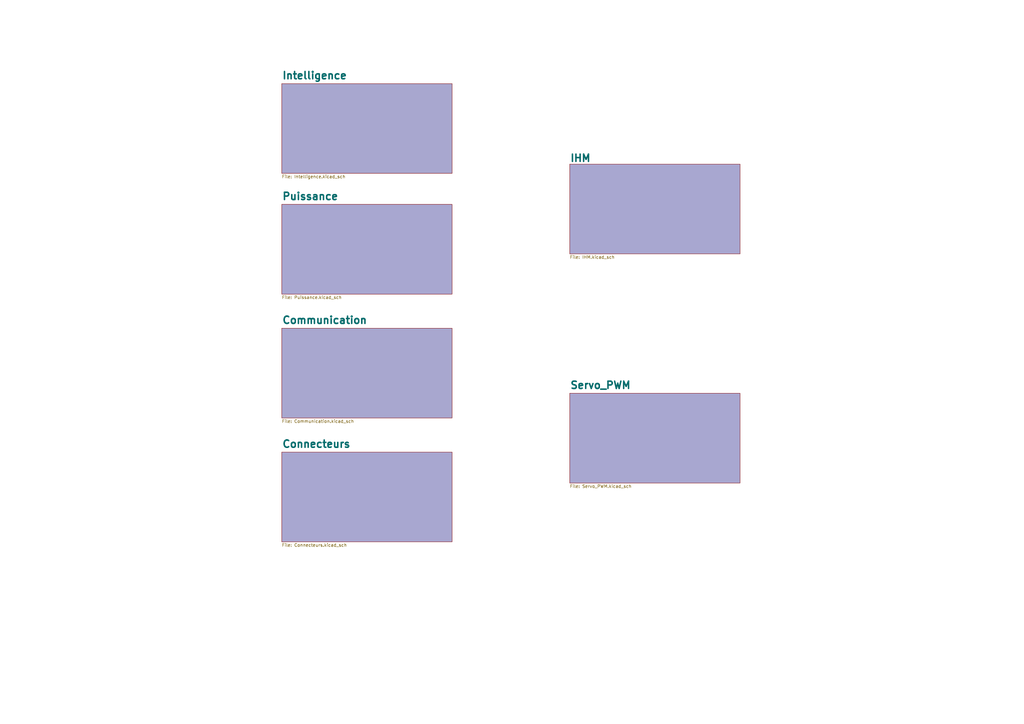
<source format=kicad_sch>
(kicad_sch (version 20211123) (generator eeschema)
  (paper "A3")
  (title_block (title "Carte Actionneur") (date "2022-03-20") (rev "V4.1") (company "AstroMonkeys"))
  (lib_symbols)
  (sheet (at 233.68 161.29) (size 69.85 36.83) (stroke (width 0.1524)) (fill (color 82 81 161 0.5020))
    (property "Sheet name" "Servo_PWM" (at 233.68 159.7134 0) (effects (font (size 3 3) bold) (justify left bottom)))
    (property "Sheet file" "Servo_PWM.kicad_sch" (at 233.68 198.7046 0) (effects (justify left top)))
  )
  (sheet (at 115.57 185.42) (size 69.85 36.83) (stroke (width 0.1524)) (fill (color 82 81 161 0.5020))
    (property "Sheet name" "Connecteurs" (at 115.57 183.8434 0) (effects (font (size 3 3) bold) (justify left bottom)))
    (property "Sheet file" "Connecteurs.kicad_sch" (at 115.57 222.8346 0) (effects (justify left top)))
  )
  (sheet (at 233.68 67.31) (size 69.85 36.83) (stroke (width 0.1524)) (fill (color 82 81 161 0.5020))
    (property "Sheet name" "IHM" (at 233.68 66.5984 0) (effects (font (size 3 3) bold) (justify left bottom)))
    (property "Sheet file" "IHM.kicad_sch" (at 233.68 104.7246 0) (effects (justify left top)))
  )
  (sheet (at 115.57 83.82) (size 69.85 36.83) (stroke (width 0.1524)) (fill (color 82 81 161 0.5020))
    (property "Sheet name" "Puissance" (at 115.57 82.2434 0) (effects (font (size 3 3) bold) (justify left bottom)))
    (property "Sheet file" "Puissance.kicad_sch" (at 115.57 121.2346 0) (effects (justify left top)))
  )
  (sheet (at 115.57 34.29) (size 69.85 36.83) (stroke (width 0.1524)) (fill (color 82 81 161 0.5000))
    (property "Sheet name" "Intelligence" (at 115.57 32.7134 0) (effects (font (size 3 3) bold) (justify left bottom)))
    (property "Sheet file" "Intelligence.kicad_sch" (at 115.57 71.7046 0) (effects (justify left top)))
  )
  (sheet (at 115.57 134.62) (size 69.85 36.83) (stroke (width 0.1524)) (fill (color 82 81 161 0.5000))
    (property "Sheet name" "Communication" (at 115.57 133.0434 0) (effects (font (size 3 3) bold) (justify left bottom)))
    (property "Sheet file" "Communication.kicad_sch" (at 115.57 172.0346 0) (effects (justify left top)))
  )
)
</source>
